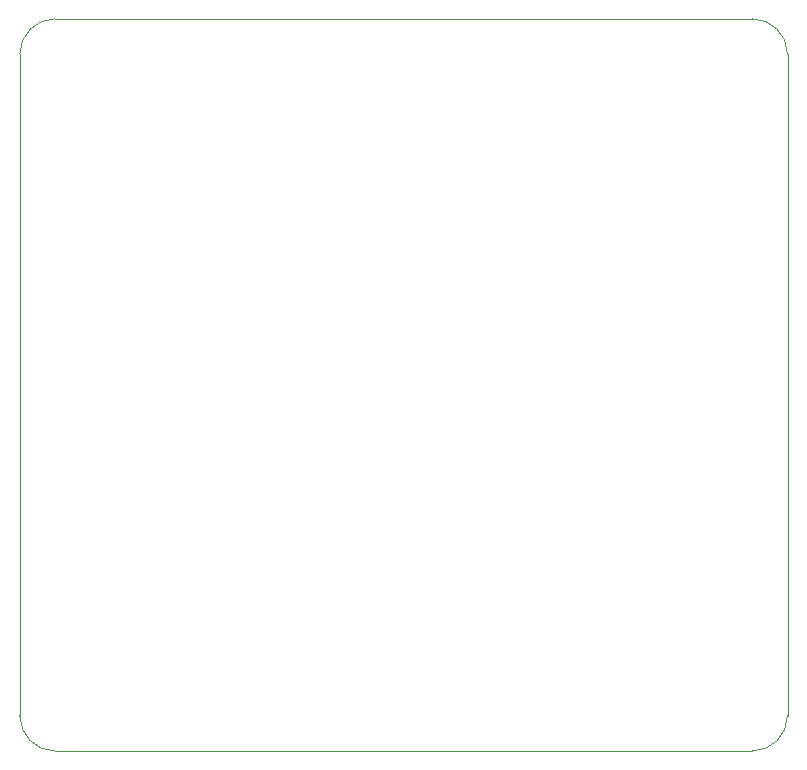
<source format=gbr>
%TF.GenerationSoftware,KiCad,Pcbnew,(6.0.1)*%
%TF.CreationDate,2022-01-20T11:15:23+01:00*%
%TF.ProjectId,LogicBoard_Avr,4c6f6769-6342-46f6-9172-645f4176722e,rev?*%
%TF.SameCoordinates,Original*%
%TF.FileFunction,Profile,NP*%
%FSLAX46Y46*%
G04 Gerber Fmt 4.6, Leading zero omitted, Abs format (unit mm)*
G04 Created by KiCad (PCBNEW (6.0.1)) date 2022-01-20 11:15:23*
%MOMM*%
%LPD*%
G01*
G04 APERTURE LIST*
%TA.AperFunction,Profile*%
%ADD10C,0.100000*%
%TD*%
G04 APERTURE END LIST*
D10*
X116000000Y-125000000D02*
G75*
G03*
X119000000Y-128000000I3000001J1D01*
G01*
X178000000Y-128000000D02*
G75*
G03*
X181000000Y-125000000I-1J3000001D01*
G01*
X119000000Y-66000000D02*
G75*
G03*
X116000000Y-69000000I1J-3000001D01*
G01*
X116000000Y-125000000D02*
X116000000Y-69000000D01*
X119000000Y-128000000D02*
X178000000Y-128000000D01*
X181000000Y-125000000D02*
X181000000Y-69000000D01*
X181000000Y-69000000D02*
G75*
G03*
X178000000Y-66000000I-3000001J-1D01*
G01*
X119000000Y-66000000D02*
X178000000Y-66000000D01*
M02*

</source>
